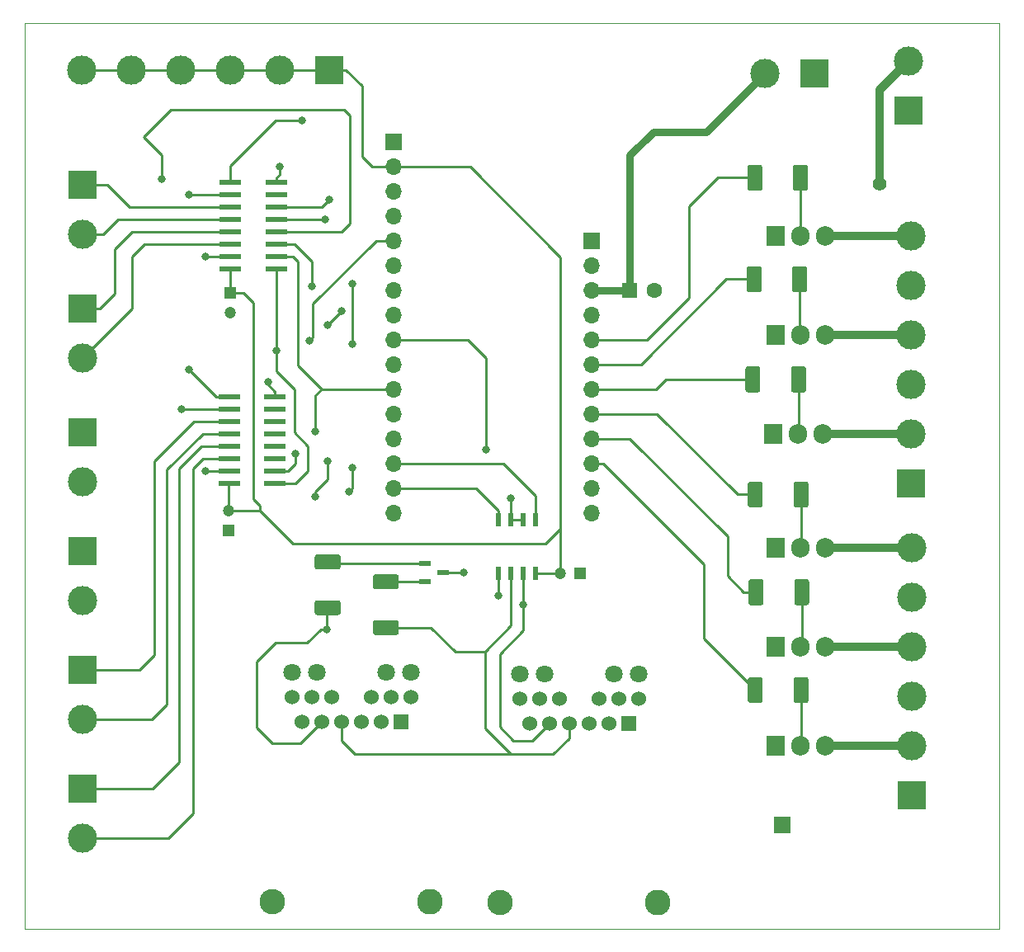
<source format=gbr>
G04 #@! TF.GenerationSoftware,KiCad,Pcbnew,5.1.5-52549c5~84~ubuntu18.04.1*
G04 #@! TF.CreationDate,2020-02-03T10:20:01-05:00*
G04 #@! TF.ProjectId,solenoid_board,736f6c65-6e6f-4696-945f-626f6172642e,rev?*
G04 #@! TF.SameCoordinates,Original*
G04 #@! TF.FileFunction,Copper,L1,Top*
G04 #@! TF.FilePolarity,Positive*
%FSLAX46Y46*%
G04 Gerber Fmt 4.6, Leading zero omitted, Abs format (unit mm)*
G04 Created by KiCad (PCBNEW 5.1.5-52549c5~84~ubuntu18.04.1) date 2020-02-03 10:20:01*
%MOMM*%
%LPD*%
G04 APERTURE LIST*
G04 #@! TA.AperFunction,Profile*
%ADD10C,0.100000*%
G04 #@! TD*
G04 #@! TA.AperFunction,ComponentPad*
%ADD11C,1.600000*%
G04 #@! TD*
G04 #@! TA.AperFunction,ComponentPad*
%ADD12R,1.600000X1.600000*%
G04 #@! TD*
G04 #@! TA.AperFunction,ComponentPad*
%ADD13C,3.000000*%
G04 #@! TD*
G04 #@! TA.AperFunction,ComponentPad*
%ADD14R,3.000000X3.000000*%
G04 #@! TD*
G04 #@! TA.AperFunction,ComponentPad*
%ADD15R,1.524000X1.524000*%
G04 #@! TD*
G04 #@! TA.AperFunction,ComponentPad*
%ADD16C,1.524000*%
G04 #@! TD*
G04 #@! TA.AperFunction,ComponentPad*
%ADD17C,1.800000*%
G04 #@! TD*
G04 #@! TA.AperFunction,ComponentPad*
%ADD18C,2.610000*%
G04 #@! TD*
G04 #@! TA.AperFunction,ComponentPad*
%ADD19C,2.630000*%
G04 #@! TD*
G04 #@! TA.AperFunction,ComponentPad*
%ADD20C,1.200000*%
G04 #@! TD*
G04 #@! TA.AperFunction,ComponentPad*
%ADD21R,1.200000X1.200000*%
G04 #@! TD*
G04 #@! TA.AperFunction,ComponentPad*
%ADD22R,1.700000X1.700000*%
G04 #@! TD*
G04 #@! TA.AperFunction,SMDPad,CuDef*
%ADD23R,2.173199X0.568000*%
G04 #@! TD*
G04 #@! TA.AperFunction,ComponentPad*
%ADD24O,1.905000X2.000000*%
G04 #@! TD*
G04 #@! TA.AperFunction,ComponentPad*
%ADD25R,1.905000X2.000000*%
G04 #@! TD*
G04 #@! TA.AperFunction,SMDPad,CuDef*
%ADD26R,0.568000X1.454899*%
G04 #@! TD*
G04 #@! TA.AperFunction,SMDPad,CuDef*
%ADD27R,1.295400X0.558800*%
G04 #@! TD*
G04 #@! TA.AperFunction,SMDPad,CuDef*
%ADD28C,0.150000*%
G04 #@! TD*
G04 #@! TA.AperFunction,ComponentPad*
%ADD29O,1.700000X1.700000*%
G04 #@! TD*
G04 #@! TA.AperFunction,ViaPad*
%ADD30C,0.800000*%
G04 #@! TD*
G04 #@! TA.AperFunction,ViaPad*
%ADD31C,1.400000*%
G04 #@! TD*
G04 #@! TA.AperFunction,Conductor*
%ADD32C,0.250000*%
G04 #@! TD*
G04 #@! TA.AperFunction,Conductor*
%ADD33C,0.850000*%
G04 #@! TD*
G04 #@! TA.AperFunction,Conductor*
%ADD34C,0.750000*%
G04 #@! TD*
G04 APERTURE END LIST*
D10*
X192000000Y-53340000D02*
X192000000Y-146304000D01*
X92000000Y-53340000D02*
X192000000Y-53340000D01*
X92000000Y-146304000D02*
X92000000Y-53340000D01*
X192000000Y-146304000D02*
X92000000Y-146304000D01*
D11*
G04 #@! TO.P,CP0,2*
G04 #@! TO.N,GND*
X156551000Y-80772000D03*
D12*
G04 #@! TO.P,CP0,1*
G04 #@! TO.N,+5V*
X154051000Y-80772000D03*
G04 #@! TD*
D13*
G04 #@! TO.P,+48V_IN1,2*
G04 #@! TO.N,+48V*
X182626000Y-57277000D03*
D14*
G04 #@! TO.P,+48V_IN1,1*
G04 #@! TO.N,GND*
X182626000Y-62357000D03*
G04 #@! TD*
D13*
G04 #@! TO.P,+3V3,6*
G04 #@! TO.N,+3V3*
X97790000Y-58166000D03*
G04 #@! TO.P,+3V3,5*
X102870000Y-58166000D03*
G04 #@! TO.P,+3V3,4*
X107950000Y-58166000D03*
D14*
G04 #@! TO.P,+3V3,1*
X123190000Y-58166000D03*
D13*
G04 #@! TO.P,+3V3,3*
X113030000Y-58166000D03*
G04 #@! TO.P,+3V3,2*
X118110000Y-58166000D03*
G04 #@! TD*
D15*
G04 #@! TO.P,RJ1,1*
G04 #@! TO.N,N/C*
X153924000Y-125222000D03*
D16*
G04 #@! TO.P,RJ1,2*
X151892000Y-125222000D03*
G04 #@! TO.P,RJ1,3*
X149860000Y-125222000D03*
G04 #@! TO.P,RJ1,4*
G04 #@! TO.N,/RJ45_4*
X147828000Y-125222000D03*
G04 #@! TO.P,RJ1,5*
G04 #@! TO.N,/RJ45_5*
X145796000Y-125222000D03*
G04 #@! TO.P,RJ1,6*
G04 #@! TO.N,N/C*
X143764000Y-125222000D03*
G04 #@! TO.P,RJ1,7*
X154940000Y-122682000D03*
G04 #@! TO.P,RJ1,8*
X152908000Y-122682000D03*
G04 #@! TO.P,RJ1,9*
X150876000Y-122682000D03*
G04 #@! TO.P,RJ1,10*
X146812000Y-122682000D03*
G04 #@! TO.P,RJ1,11*
X144780000Y-122682000D03*
G04 #@! TO.P,RJ1,12*
X142748000Y-122682000D03*
D17*
G04 #@! TO.P,RJ1,13*
X154940000Y-120142000D03*
G04 #@! TO.P,RJ1,14*
X152400000Y-120142000D03*
G04 #@! TO.P,RJ1,15*
X145288000Y-120142000D03*
G04 #@! TO.P,RJ1,16*
X142748000Y-120142000D03*
D18*
G04 #@! TO.P,RJ1,SH*
X140779500Y-143637000D03*
D19*
X156908500Y-143637000D03*
G04 #@! TD*
D20*
G04 #@! TO.P,C0.1nF2,2*
G04 #@! TO.N,GND*
X113030000Y-83026000D03*
D21*
G04 #@! TO.P,C0.1nF2,1*
G04 #@! TO.N,+3V3*
X113030000Y-81026000D03*
G04 #@! TD*
D20*
G04 #@! TO.P,C0.1nF1,2*
G04 #@! TO.N,+3V3*
X112903000Y-103410000D03*
D21*
G04 #@! TO.P,C0.1nF1,1*
G04 #@! TO.N,GND*
X112903000Y-105410000D03*
G04 #@! TD*
D20*
G04 #@! TO.P,C0.1nF0,2*
G04 #@! TO.N,+3V3*
X146971000Y-109855000D03*
D21*
G04 #@! TO.P,C0.1nF0,1*
G04 #@! TO.N,GND*
X148971000Y-109855000D03*
G04 #@! TD*
D13*
G04 #@! TO.P,+5V_IN1,2*
G04 #@! TO.N,+5V*
X167894000Y-58547000D03*
D14*
G04 #@! TO.P,+5V_IN1,1*
G04 #@! TO.N,GND*
X172974000Y-58547000D03*
G04 #@! TD*
D22*
G04 #@! TO.P,GND1,1*
G04 #@! TO.N,GND*
X169672000Y-135636000D03*
G04 #@! TD*
D13*
G04 #@! TO.P,Solenoid1,6*
G04 #@! TO.N,Net-(FET5-Pad3)*
X183007000Y-107188000D03*
G04 #@! TO.P,Solenoid1,5*
G04 #@! TO.N,+48V*
X183007000Y-112268000D03*
G04 #@! TO.P,Solenoid1,4*
G04 #@! TO.N,Net-(FET4-Pad3)*
X183007000Y-117348000D03*
D14*
G04 #@! TO.P,Solenoid1,1*
G04 #@! TO.N,+48V*
X183007000Y-132588000D03*
D13*
G04 #@! TO.P,Solenoid1,3*
X183007000Y-122428000D03*
G04 #@! TO.P,Solenoid1,2*
G04 #@! TO.N,Net-(FET3-Pad3)*
X183007000Y-127508000D03*
G04 #@! TD*
G04 #@! TO.P,Solenoid0,6*
G04 #@! TO.N,Net-(FET2-Pad3)*
X182880000Y-75184000D03*
G04 #@! TO.P,Solenoid0,5*
G04 #@! TO.N,+48V*
X182880000Y-80264000D03*
G04 #@! TO.P,Solenoid0,4*
G04 #@! TO.N,Net-(FET1-Pad3)*
X182880000Y-85344000D03*
D14*
G04 #@! TO.P,Solenoid0,1*
G04 #@! TO.N,+48V*
X182880000Y-100584000D03*
D13*
G04 #@! TO.P,Solenoid0,3*
X182880000Y-90424000D03*
G04 #@! TO.P,Solenoid0,2*
G04 #@! TO.N,Net-(FET0-Pad3)*
X182880000Y-95504000D03*
G04 #@! TD*
D23*
G04 #@! TO.P,8b0,16*
G04 #@! TO.N,+3V3*
X112953800Y-100584000D03*
G04 #@! TO.P,8b0,15*
G04 #@! TO.N,GND*
X112953800Y-99314000D03*
G04 #@! TO.P,8b0,14*
G04 #@! TO.N,/INP5_1*
X112953800Y-98044000D03*
G04 #@! TO.P,8b0,13*
G04 #@! TO.N,/INP5_0*
X112953800Y-96774000D03*
G04 #@! TO.P,8b0,12*
G04 #@! TO.N,/INP4_1*
X112953800Y-95504000D03*
G04 #@! TO.P,8b0,11*
G04 #@! TO.N,/INP4_0*
X112953800Y-94234000D03*
G04 #@! TO.P,8b0,10*
G04 #@! TO.N,GND*
X112953800Y-92964000D03*
G04 #@! TO.P,8b0,9*
G04 #@! TO.N,/SHIFT2_OUT*
X112953800Y-91694000D03*
G04 #@! TO.P,8b0,8*
G04 #@! TO.N,GND*
X117678200Y-91694000D03*
G04 #@! TO.P,8b0,7*
G04 #@! TO.N,N/C*
X117678200Y-92964000D03*
G04 #@! TO.P,8b0,6*
X117678200Y-94234000D03*
G04 #@! TO.P,8b0,5*
X117678200Y-95504000D03*
G04 #@! TO.P,8b0,4*
X117678200Y-96774000D03*
G04 #@! TO.P,8b0,3*
X117678200Y-98044000D03*
G04 #@! TO.P,8b0,2*
G04 #@! TO.N,/SCK*
X117678200Y-99314000D03*
G04 #@! TO.P,8b0,1*
G04 #@! TO.N,/A0*
X117678200Y-100584000D03*
G04 #@! TD*
G04 #@! TO.P,8b1,16*
G04 #@! TO.N,+3V3*
X113080800Y-78613000D03*
G04 #@! TO.P,8b1,15*
G04 #@! TO.N,GND*
X113080800Y-77343000D03*
G04 #@! TO.P,8b1,14*
G04 #@! TO.N,/INP1_1*
X113080800Y-76073000D03*
G04 #@! TO.P,8b1,13*
G04 #@! TO.N,/INP1_0*
X113080800Y-74803000D03*
G04 #@! TO.P,8b1,12*
G04 #@! TO.N,/INP0_1*
X113080800Y-73533000D03*
G04 #@! TO.P,8b1,11*
G04 #@! TO.N,/INP0_0*
X113080800Y-72263000D03*
G04 #@! TO.P,8b1,10*
G04 #@! TO.N,/SHIFT2_OUT*
X113080800Y-70993000D03*
G04 #@! TO.P,8b1,9*
G04 #@! TO.N,/MISO*
X113080800Y-69723000D03*
G04 #@! TO.P,8b1,8*
G04 #@! TO.N,GND*
X117805200Y-69723000D03*
G04 #@! TO.P,8b1,7*
G04 #@! TO.N,N/C*
X117805200Y-70993000D03*
G04 #@! TO.P,8b1,6*
G04 #@! TO.N,/INP3_1*
X117805200Y-72263000D03*
G04 #@! TO.P,8b1,5*
G04 #@! TO.N,/INP3_0*
X117805200Y-73533000D03*
G04 #@! TO.P,8b1,4*
G04 #@! TO.N,/INP2_1*
X117805200Y-74803000D03*
G04 #@! TO.P,8b1,3*
G04 #@! TO.N,/INP2_0*
X117805200Y-76073000D03*
G04 #@! TO.P,8b1,2*
G04 #@! TO.N,/SCK*
X117805200Y-77343000D03*
G04 #@! TO.P,8b1,1*
G04 #@! TO.N,/A0*
X117805200Y-78613000D03*
G04 #@! TD*
D24*
G04 #@! TO.P,FET2,3*
G04 #@! TO.N,Net-(FET2-Pad3)*
X174117000Y-75184000D03*
G04 #@! TO.P,FET2,2*
G04 #@! TO.N,Net-(FET2-Pad2)*
X171577000Y-75184000D03*
D25*
G04 #@! TO.P,FET2,1*
G04 #@! TO.N,GND*
X169037000Y-75184000D03*
G04 #@! TD*
D14*
G04 #@! TO.P,INP5,1*
G04 #@! TO.N,/INP5_0*
X97917000Y-131953000D03*
D13*
G04 #@! TO.P,INP5,2*
G04 #@! TO.N,/INP5_1*
X97917000Y-137033000D03*
G04 #@! TD*
D14*
G04 #@! TO.P,INP4,1*
G04 #@! TO.N,/INP4_0*
X97917000Y-119761000D03*
D13*
G04 #@! TO.P,INP4,2*
G04 #@! TO.N,/INP4_1*
X97917000Y-124841000D03*
G04 #@! TD*
G04 #@! TO.P,INP3,2*
G04 #@! TO.N,/INP3_1*
X97917000Y-112649000D03*
D14*
G04 #@! TO.P,INP3,1*
G04 #@! TO.N,/INP3_0*
X97917000Y-107569000D03*
G04 #@! TD*
D13*
G04 #@! TO.P,INP2,2*
G04 #@! TO.N,/INP2_1*
X97917000Y-100457000D03*
D14*
G04 #@! TO.P,INP2,1*
G04 #@! TO.N,/INP2_0*
X97917000Y-95377000D03*
G04 #@! TD*
D13*
G04 #@! TO.P,INP1,2*
G04 #@! TO.N,/INP1_1*
X97917000Y-87757000D03*
D14*
G04 #@! TO.P,INP1,1*
G04 #@! TO.N,/INP1_0*
X97917000Y-82677000D03*
G04 #@! TD*
D13*
G04 #@! TO.P,INP0,2*
G04 #@! TO.N,/INP0_1*
X97917000Y-75057000D03*
D14*
G04 #@! TO.P,INP0,1*
G04 #@! TO.N,/INP0_0*
X97917000Y-69977000D03*
G04 #@! TD*
D26*
G04 #@! TO.P,RS-485,1*
G04 #@! TO.N,/RX0*
X144399000Y-104339652D03*
G04 #@! TO.P,RS-485,2*
G04 #@! TO.N,/A4*
X143129000Y-104339652D03*
G04 #@! TO.P,RS-485,3*
X141859000Y-104339652D03*
G04 #@! TO.P,RS-485,4*
G04 #@! TO.N,/TX1*
X140589000Y-104339652D03*
G04 #@! TO.P,RS-485,5*
G04 #@! TO.N,GND*
X140589000Y-109782348D03*
G04 #@! TO.P,RS-485,6*
G04 #@! TO.N,/RJ45_4*
X141859000Y-109782348D03*
G04 #@! TO.P,RS-485,7*
G04 #@! TO.N,/RJ45_5*
X143129000Y-109782348D03*
G04 #@! TO.P,RS-485,8*
G04 #@! TO.N,+3V3*
X144399000Y-109782348D03*
G04 #@! TD*
D27*
G04 #@! TO.P,Prt_IC1,3*
G04 #@! TO.N,GND*
X134937500Y-109728000D03*
G04 #@! TO.P,Prt_IC1,2*
G04 #@! TO.N,Net-(Prt_IC1-Pad2)*
X133032500Y-110678001D03*
G04 #@! TO.P,Prt_IC1,1*
G04 #@! TO.N,Net-(Prt_IC1-Pad1)*
X133032500Y-108777999D03*
G04 #@! TD*
G04 #@! TA.AperFunction,SMDPad,CuDef*
D28*
G04 #@! TO.P,R11,2*
G04 #@! TO.N,Net-(Prt_IC1-Pad1)*
G36*
X124162505Y-107899204D02*
G01*
X124186773Y-107902804D01*
X124210572Y-107908765D01*
X124233671Y-107917030D01*
X124255850Y-107927520D01*
X124276893Y-107940132D01*
X124296599Y-107954747D01*
X124314777Y-107971223D01*
X124331253Y-107989401D01*
X124345868Y-108009107D01*
X124358480Y-108030150D01*
X124368970Y-108052329D01*
X124377235Y-108075428D01*
X124383196Y-108099227D01*
X124386796Y-108123495D01*
X124388000Y-108147999D01*
X124388000Y-109173001D01*
X124386796Y-109197505D01*
X124383196Y-109221773D01*
X124377235Y-109245572D01*
X124368970Y-109268671D01*
X124358480Y-109290850D01*
X124345868Y-109311893D01*
X124331253Y-109331599D01*
X124314777Y-109349777D01*
X124296599Y-109366253D01*
X124276893Y-109380868D01*
X124255850Y-109393480D01*
X124233671Y-109403970D01*
X124210572Y-109412235D01*
X124186773Y-109418196D01*
X124162505Y-109421796D01*
X124138001Y-109423000D01*
X121987999Y-109423000D01*
X121963495Y-109421796D01*
X121939227Y-109418196D01*
X121915428Y-109412235D01*
X121892329Y-109403970D01*
X121870150Y-109393480D01*
X121849107Y-109380868D01*
X121829401Y-109366253D01*
X121811223Y-109349777D01*
X121794747Y-109331599D01*
X121780132Y-109311893D01*
X121767520Y-109290850D01*
X121757030Y-109268671D01*
X121748765Y-109245572D01*
X121742804Y-109221773D01*
X121739204Y-109197505D01*
X121738000Y-109173001D01*
X121738000Y-108147999D01*
X121739204Y-108123495D01*
X121742804Y-108099227D01*
X121748765Y-108075428D01*
X121757030Y-108052329D01*
X121767520Y-108030150D01*
X121780132Y-108009107D01*
X121794747Y-107989401D01*
X121811223Y-107971223D01*
X121829401Y-107954747D01*
X121849107Y-107940132D01*
X121870150Y-107927520D01*
X121892329Y-107917030D01*
X121915428Y-107908765D01*
X121939227Y-107902804D01*
X121963495Y-107899204D01*
X121987999Y-107898000D01*
X124138001Y-107898000D01*
X124162505Y-107899204D01*
G37*
G04 #@! TD.AperFunction*
G04 #@! TA.AperFunction,SMDPad,CuDef*
G04 #@! TO.P,R11,1*
G04 #@! TO.N,/RJ45_5*
G36*
X124162505Y-112574204D02*
G01*
X124186773Y-112577804D01*
X124210572Y-112583765D01*
X124233671Y-112592030D01*
X124255850Y-112602520D01*
X124276893Y-112615132D01*
X124296599Y-112629747D01*
X124314777Y-112646223D01*
X124331253Y-112664401D01*
X124345868Y-112684107D01*
X124358480Y-112705150D01*
X124368970Y-112727329D01*
X124377235Y-112750428D01*
X124383196Y-112774227D01*
X124386796Y-112798495D01*
X124388000Y-112822999D01*
X124388000Y-113848001D01*
X124386796Y-113872505D01*
X124383196Y-113896773D01*
X124377235Y-113920572D01*
X124368970Y-113943671D01*
X124358480Y-113965850D01*
X124345868Y-113986893D01*
X124331253Y-114006599D01*
X124314777Y-114024777D01*
X124296599Y-114041253D01*
X124276893Y-114055868D01*
X124255850Y-114068480D01*
X124233671Y-114078970D01*
X124210572Y-114087235D01*
X124186773Y-114093196D01*
X124162505Y-114096796D01*
X124138001Y-114098000D01*
X121987999Y-114098000D01*
X121963495Y-114096796D01*
X121939227Y-114093196D01*
X121915428Y-114087235D01*
X121892329Y-114078970D01*
X121870150Y-114068480D01*
X121849107Y-114055868D01*
X121829401Y-114041253D01*
X121811223Y-114024777D01*
X121794747Y-114006599D01*
X121780132Y-113986893D01*
X121767520Y-113965850D01*
X121757030Y-113943671D01*
X121748765Y-113920572D01*
X121742804Y-113896773D01*
X121739204Y-113872505D01*
X121738000Y-113848001D01*
X121738000Y-112822999D01*
X121739204Y-112798495D01*
X121742804Y-112774227D01*
X121748765Y-112750428D01*
X121757030Y-112727329D01*
X121767520Y-112705150D01*
X121780132Y-112684107D01*
X121794747Y-112664401D01*
X121811223Y-112646223D01*
X121829401Y-112629747D01*
X121849107Y-112615132D01*
X121870150Y-112602520D01*
X121892329Y-112592030D01*
X121915428Y-112583765D01*
X121939227Y-112577804D01*
X121963495Y-112574204D01*
X121987999Y-112573000D01*
X124138001Y-112573000D01*
X124162505Y-112574204D01*
G37*
G04 #@! TD.AperFunction*
G04 #@! TD*
G04 #@! TA.AperFunction,SMDPad,CuDef*
G04 #@! TO.P,R105,2*
G04 #@! TO.N,/D9*
G36*
X167490505Y-100403204D02*
G01*
X167514773Y-100406804D01*
X167538572Y-100412765D01*
X167561671Y-100421030D01*
X167583850Y-100431520D01*
X167604893Y-100444132D01*
X167624599Y-100458747D01*
X167642777Y-100475223D01*
X167659253Y-100493401D01*
X167673868Y-100513107D01*
X167686480Y-100534150D01*
X167696970Y-100556329D01*
X167705235Y-100579428D01*
X167711196Y-100603227D01*
X167714796Y-100627495D01*
X167716000Y-100651999D01*
X167716000Y-102802001D01*
X167714796Y-102826505D01*
X167711196Y-102850773D01*
X167705235Y-102874572D01*
X167696970Y-102897671D01*
X167686480Y-102919850D01*
X167673868Y-102940893D01*
X167659253Y-102960599D01*
X167642777Y-102978777D01*
X167624599Y-102995253D01*
X167604893Y-103009868D01*
X167583850Y-103022480D01*
X167561671Y-103032970D01*
X167538572Y-103041235D01*
X167514773Y-103047196D01*
X167490505Y-103050796D01*
X167466001Y-103052000D01*
X166440999Y-103052000D01*
X166416495Y-103050796D01*
X166392227Y-103047196D01*
X166368428Y-103041235D01*
X166345329Y-103032970D01*
X166323150Y-103022480D01*
X166302107Y-103009868D01*
X166282401Y-102995253D01*
X166264223Y-102978777D01*
X166247747Y-102960599D01*
X166233132Y-102940893D01*
X166220520Y-102919850D01*
X166210030Y-102897671D01*
X166201765Y-102874572D01*
X166195804Y-102850773D01*
X166192204Y-102826505D01*
X166191000Y-102802001D01*
X166191000Y-100651999D01*
X166192204Y-100627495D01*
X166195804Y-100603227D01*
X166201765Y-100579428D01*
X166210030Y-100556329D01*
X166220520Y-100534150D01*
X166233132Y-100513107D01*
X166247747Y-100493401D01*
X166264223Y-100475223D01*
X166282401Y-100458747D01*
X166302107Y-100444132D01*
X166323150Y-100431520D01*
X166345329Y-100421030D01*
X166368428Y-100412765D01*
X166392227Y-100406804D01*
X166416495Y-100403204D01*
X166440999Y-100402000D01*
X167466001Y-100402000D01*
X167490505Y-100403204D01*
G37*
G04 #@! TD.AperFunction*
G04 #@! TA.AperFunction,SMDPad,CuDef*
G04 #@! TO.P,R105,1*
G04 #@! TO.N,Net-(FET5-Pad2)*
G36*
X172165505Y-100403204D02*
G01*
X172189773Y-100406804D01*
X172213572Y-100412765D01*
X172236671Y-100421030D01*
X172258850Y-100431520D01*
X172279893Y-100444132D01*
X172299599Y-100458747D01*
X172317777Y-100475223D01*
X172334253Y-100493401D01*
X172348868Y-100513107D01*
X172361480Y-100534150D01*
X172371970Y-100556329D01*
X172380235Y-100579428D01*
X172386196Y-100603227D01*
X172389796Y-100627495D01*
X172391000Y-100651999D01*
X172391000Y-102802001D01*
X172389796Y-102826505D01*
X172386196Y-102850773D01*
X172380235Y-102874572D01*
X172371970Y-102897671D01*
X172361480Y-102919850D01*
X172348868Y-102940893D01*
X172334253Y-102960599D01*
X172317777Y-102978777D01*
X172299599Y-102995253D01*
X172279893Y-103009868D01*
X172258850Y-103022480D01*
X172236671Y-103032970D01*
X172213572Y-103041235D01*
X172189773Y-103047196D01*
X172165505Y-103050796D01*
X172141001Y-103052000D01*
X171115999Y-103052000D01*
X171091495Y-103050796D01*
X171067227Y-103047196D01*
X171043428Y-103041235D01*
X171020329Y-103032970D01*
X170998150Y-103022480D01*
X170977107Y-103009868D01*
X170957401Y-102995253D01*
X170939223Y-102978777D01*
X170922747Y-102960599D01*
X170908132Y-102940893D01*
X170895520Y-102919850D01*
X170885030Y-102897671D01*
X170876765Y-102874572D01*
X170870804Y-102850773D01*
X170867204Y-102826505D01*
X170866000Y-102802001D01*
X170866000Y-100651999D01*
X170867204Y-100627495D01*
X170870804Y-100603227D01*
X170876765Y-100579428D01*
X170885030Y-100556329D01*
X170895520Y-100534150D01*
X170908132Y-100513107D01*
X170922747Y-100493401D01*
X170939223Y-100475223D01*
X170957401Y-100458747D01*
X170977107Y-100444132D01*
X170998150Y-100431520D01*
X171020329Y-100421030D01*
X171043428Y-100412765D01*
X171067227Y-100406804D01*
X171091495Y-100403204D01*
X171115999Y-100402000D01*
X172141001Y-100402000D01*
X172165505Y-100403204D01*
G37*
G04 #@! TD.AperFunction*
G04 #@! TD*
G04 #@! TA.AperFunction,SMDPad,CuDef*
G04 #@! TO.P,R104,2*
G04 #@! TO.N,/D6*
G36*
X167566005Y-110436204D02*
G01*
X167590273Y-110439804D01*
X167614072Y-110445765D01*
X167637171Y-110454030D01*
X167659350Y-110464520D01*
X167680393Y-110477132D01*
X167700099Y-110491747D01*
X167718277Y-110508223D01*
X167734753Y-110526401D01*
X167749368Y-110546107D01*
X167761980Y-110567150D01*
X167772470Y-110589329D01*
X167780735Y-110612428D01*
X167786696Y-110636227D01*
X167790296Y-110660495D01*
X167791500Y-110684999D01*
X167791500Y-112835001D01*
X167790296Y-112859505D01*
X167786696Y-112883773D01*
X167780735Y-112907572D01*
X167772470Y-112930671D01*
X167761980Y-112952850D01*
X167749368Y-112973893D01*
X167734753Y-112993599D01*
X167718277Y-113011777D01*
X167700099Y-113028253D01*
X167680393Y-113042868D01*
X167659350Y-113055480D01*
X167637171Y-113065970D01*
X167614072Y-113074235D01*
X167590273Y-113080196D01*
X167566005Y-113083796D01*
X167541501Y-113085000D01*
X166516499Y-113085000D01*
X166491995Y-113083796D01*
X166467727Y-113080196D01*
X166443928Y-113074235D01*
X166420829Y-113065970D01*
X166398650Y-113055480D01*
X166377607Y-113042868D01*
X166357901Y-113028253D01*
X166339723Y-113011777D01*
X166323247Y-112993599D01*
X166308632Y-112973893D01*
X166296020Y-112952850D01*
X166285530Y-112930671D01*
X166277265Y-112907572D01*
X166271304Y-112883773D01*
X166267704Y-112859505D01*
X166266500Y-112835001D01*
X166266500Y-110684999D01*
X166267704Y-110660495D01*
X166271304Y-110636227D01*
X166277265Y-110612428D01*
X166285530Y-110589329D01*
X166296020Y-110567150D01*
X166308632Y-110546107D01*
X166323247Y-110526401D01*
X166339723Y-110508223D01*
X166357901Y-110491747D01*
X166377607Y-110477132D01*
X166398650Y-110464520D01*
X166420829Y-110454030D01*
X166443928Y-110445765D01*
X166467727Y-110439804D01*
X166491995Y-110436204D01*
X166516499Y-110435000D01*
X167541501Y-110435000D01*
X167566005Y-110436204D01*
G37*
G04 #@! TD.AperFunction*
G04 #@! TA.AperFunction,SMDPad,CuDef*
G04 #@! TO.P,R104,1*
G04 #@! TO.N,Net-(FET4-Pad2)*
G36*
X172241005Y-110436204D02*
G01*
X172265273Y-110439804D01*
X172289072Y-110445765D01*
X172312171Y-110454030D01*
X172334350Y-110464520D01*
X172355393Y-110477132D01*
X172375099Y-110491747D01*
X172393277Y-110508223D01*
X172409753Y-110526401D01*
X172424368Y-110546107D01*
X172436980Y-110567150D01*
X172447470Y-110589329D01*
X172455735Y-110612428D01*
X172461696Y-110636227D01*
X172465296Y-110660495D01*
X172466500Y-110684999D01*
X172466500Y-112835001D01*
X172465296Y-112859505D01*
X172461696Y-112883773D01*
X172455735Y-112907572D01*
X172447470Y-112930671D01*
X172436980Y-112952850D01*
X172424368Y-112973893D01*
X172409753Y-112993599D01*
X172393277Y-113011777D01*
X172375099Y-113028253D01*
X172355393Y-113042868D01*
X172334350Y-113055480D01*
X172312171Y-113065970D01*
X172289072Y-113074235D01*
X172265273Y-113080196D01*
X172241005Y-113083796D01*
X172216501Y-113085000D01*
X171191499Y-113085000D01*
X171166995Y-113083796D01*
X171142727Y-113080196D01*
X171118928Y-113074235D01*
X171095829Y-113065970D01*
X171073650Y-113055480D01*
X171052607Y-113042868D01*
X171032901Y-113028253D01*
X171014723Y-113011777D01*
X170998247Y-112993599D01*
X170983632Y-112973893D01*
X170971020Y-112952850D01*
X170960530Y-112930671D01*
X170952265Y-112907572D01*
X170946304Y-112883773D01*
X170942704Y-112859505D01*
X170941500Y-112835001D01*
X170941500Y-110684999D01*
X170942704Y-110660495D01*
X170946304Y-110636227D01*
X170952265Y-110612428D01*
X170960530Y-110589329D01*
X170971020Y-110567150D01*
X170983632Y-110546107D01*
X170998247Y-110526401D01*
X171014723Y-110508223D01*
X171032901Y-110491747D01*
X171052607Y-110477132D01*
X171073650Y-110464520D01*
X171095829Y-110454030D01*
X171118928Y-110445765D01*
X171142727Y-110439804D01*
X171166995Y-110436204D01*
X171191499Y-110435000D01*
X172216501Y-110435000D01*
X172241005Y-110436204D01*
G37*
G04 #@! TD.AperFunction*
G04 #@! TD*
G04 #@! TA.AperFunction,SMDPad,CuDef*
G04 #@! TO.P,R103,2*
G04 #@! TO.N,/D5*
G36*
X167490505Y-120469204D02*
G01*
X167514773Y-120472804D01*
X167538572Y-120478765D01*
X167561671Y-120487030D01*
X167583850Y-120497520D01*
X167604893Y-120510132D01*
X167624599Y-120524747D01*
X167642777Y-120541223D01*
X167659253Y-120559401D01*
X167673868Y-120579107D01*
X167686480Y-120600150D01*
X167696970Y-120622329D01*
X167705235Y-120645428D01*
X167711196Y-120669227D01*
X167714796Y-120693495D01*
X167716000Y-120717999D01*
X167716000Y-122868001D01*
X167714796Y-122892505D01*
X167711196Y-122916773D01*
X167705235Y-122940572D01*
X167696970Y-122963671D01*
X167686480Y-122985850D01*
X167673868Y-123006893D01*
X167659253Y-123026599D01*
X167642777Y-123044777D01*
X167624599Y-123061253D01*
X167604893Y-123075868D01*
X167583850Y-123088480D01*
X167561671Y-123098970D01*
X167538572Y-123107235D01*
X167514773Y-123113196D01*
X167490505Y-123116796D01*
X167466001Y-123118000D01*
X166440999Y-123118000D01*
X166416495Y-123116796D01*
X166392227Y-123113196D01*
X166368428Y-123107235D01*
X166345329Y-123098970D01*
X166323150Y-123088480D01*
X166302107Y-123075868D01*
X166282401Y-123061253D01*
X166264223Y-123044777D01*
X166247747Y-123026599D01*
X166233132Y-123006893D01*
X166220520Y-122985850D01*
X166210030Y-122963671D01*
X166201765Y-122940572D01*
X166195804Y-122916773D01*
X166192204Y-122892505D01*
X166191000Y-122868001D01*
X166191000Y-120717999D01*
X166192204Y-120693495D01*
X166195804Y-120669227D01*
X166201765Y-120645428D01*
X166210030Y-120622329D01*
X166220520Y-120600150D01*
X166233132Y-120579107D01*
X166247747Y-120559401D01*
X166264223Y-120541223D01*
X166282401Y-120524747D01*
X166302107Y-120510132D01*
X166323150Y-120497520D01*
X166345329Y-120487030D01*
X166368428Y-120478765D01*
X166392227Y-120472804D01*
X166416495Y-120469204D01*
X166440999Y-120468000D01*
X167466001Y-120468000D01*
X167490505Y-120469204D01*
G37*
G04 #@! TD.AperFunction*
G04 #@! TA.AperFunction,SMDPad,CuDef*
G04 #@! TO.P,R103,1*
G04 #@! TO.N,Net-(FET3-Pad2)*
G36*
X172165505Y-120469204D02*
G01*
X172189773Y-120472804D01*
X172213572Y-120478765D01*
X172236671Y-120487030D01*
X172258850Y-120497520D01*
X172279893Y-120510132D01*
X172299599Y-120524747D01*
X172317777Y-120541223D01*
X172334253Y-120559401D01*
X172348868Y-120579107D01*
X172361480Y-120600150D01*
X172371970Y-120622329D01*
X172380235Y-120645428D01*
X172386196Y-120669227D01*
X172389796Y-120693495D01*
X172391000Y-120717999D01*
X172391000Y-122868001D01*
X172389796Y-122892505D01*
X172386196Y-122916773D01*
X172380235Y-122940572D01*
X172371970Y-122963671D01*
X172361480Y-122985850D01*
X172348868Y-123006893D01*
X172334253Y-123026599D01*
X172317777Y-123044777D01*
X172299599Y-123061253D01*
X172279893Y-123075868D01*
X172258850Y-123088480D01*
X172236671Y-123098970D01*
X172213572Y-123107235D01*
X172189773Y-123113196D01*
X172165505Y-123116796D01*
X172141001Y-123118000D01*
X171115999Y-123118000D01*
X171091495Y-123116796D01*
X171067227Y-123113196D01*
X171043428Y-123107235D01*
X171020329Y-123098970D01*
X170998150Y-123088480D01*
X170977107Y-123075868D01*
X170957401Y-123061253D01*
X170939223Y-123044777D01*
X170922747Y-123026599D01*
X170908132Y-123006893D01*
X170895520Y-122985850D01*
X170885030Y-122963671D01*
X170876765Y-122940572D01*
X170870804Y-122916773D01*
X170867204Y-122892505D01*
X170866000Y-122868001D01*
X170866000Y-120717999D01*
X170867204Y-120693495D01*
X170870804Y-120669227D01*
X170876765Y-120645428D01*
X170885030Y-120622329D01*
X170895520Y-120600150D01*
X170908132Y-120579107D01*
X170922747Y-120559401D01*
X170939223Y-120541223D01*
X170957401Y-120524747D01*
X170977107Y-120510132D01*
X170998150Y-120497520D01*
X171020329Y-120487030D01*
X171043428Y-120478765D01*
X171067227Y-120472804D01*
X171091495Y-120469204D01*
X171115999Y-120468000D01*
X172141001Y-120468000D01*
X172165505Y-120469204D01*
G37*
G04 #@! TD.AperFunction*
G04 #@! TD*
G04 #@! TA.AperFunction,SMDPad,CuDef*
G04 #@! TO.P,R102,2*
G04 #@! TO.N,/D12*
G36*
X167439005Y-67891204D02*
G01*
X167463273Y-67894804D01*
X167487072Y-67900765D01*
X167510171Y-67909030D01*
X167532350Y-67919520D01*
X167553393Y-67932132D01*
X167573099Y-67946747D01*
X167591277Y-67963223D01*
X167607753Y-67981401D01*
X167622368Y-68001107D01*
X167634980Y-68022150D01*
X167645470Y-68044329D01*
X167653735Y-68067428D01*
X167659696Y-68091227D01*
X167663296Y-68115495D01*
X167664500Y-68139999D01*
X167664500Y-70290001D01*
X167663296Y-70314505D01*
X167659696Y-70338773D01*
X167653735Y-70362572D01*
X167645470Y-70385671D01*
X167634980Y-70407850D01*
X167622368Y-70428893D01*
X167607753Y-70448599D01*
X167591277Y-70466777D01*
X167573099Y-70483253D01*
X167553393Y-70497868D01*
X167532350Y-70510480D01*
X167510171Y-70520970D01*
X167487072Y-70529235D01*
X167463273Y-70535196D01*
X167439005Y-70538796D01*
X167414501Y-70540000D01*
X166389499Y-70540000D01*
X166364995Y-70538796D01*
X166340727Y-70535196D01*
X166316928Y-70529235D01*
X166293829Y-70520970D01*
X166271650Y-70510480D01*
X166250607Y-70497868D01*
X166230901Y-70483253D01*
X166212723Y-70466777D01*
X166196247Y-70448599D01*
X166181632Y-70428893D01*
X166169020Y-70407850D01*
X166158530Y-70385671D01*
X166150265Y-70362572D01*
X166144304Y-70338773D01*
X166140704Y-70314505D01*
X166139500Y-70290001D01*
X166139500Y-68139999D01*
X166140704Y-68115495D01*
X166144304Y-68091227D01*
X166150265Y-68067428D01*
X166158530Y-68044329D01*
X166169020Y-68022150D01*
X166181632Y-68001107D01*
X166196247Y-67981401D01*
X166212723Y-67963223D01*
X166230901Y-67946747D01*
X166250607Y-67932132D01*
X166271650Y-67919520D01*
X166293829Y-67909030D01*
X166316928Y-67900765D01*
X166340727Y-67894804D01*
X166364995Y-67891204D01*
X166389499Y-67890000D01*
X167414501Y-67890000D01*
X167439005Y-67891204D01*
G37*
G04 #@! TD.AperFunction*
G04 #@! TA.AperFunction,SMDPad,CuDef*
G04 #@! TO.P,R102,1*
G04 #@! TO.N,Net-(FET2-Pad2)*
G36*
X172114005Y-67891204D02*
G01*
X172138273Y-67894804D01*
X172162072Y-67900765D01*
X172185171Y-67909030D01*
X172207350Y-67919520D01*
X172228393Y-67932132D01*
X172248099Y-67946747D01*
X172266277Y-67963223D01*
X172282753Y-67981401D01*
X172297368Y-68001107D01*
X172309980Y-68022150D01*
X172320470Y-68044329D01*
X172328735Y-68067428D01*
X172334696Y-68091227D01*
X172338296Y-68115495D01*
X172339500Y-68139999D01*
X172339500Y-70290001D01*
X172338296Y-70314505D01*
X172334696Y-70338773D01*
X172328735Y-70362572D01*
X172320470Y-70385671D01*
X172309980Y-70407850D01*
X172297368Y-70428893D01*
X172282753Y-70448599D01*
X172266277Y-70466777D01*
X172248099Y-70483253D01*
X172228393Y-70497868D01*
X172207350Y-70510480D01*
X172185171Y-70520970D01*
X172162072Y-70529235D01*
X172138273Y-70535196D01*
X172114005Y-70538796D01*
X172089501Y-70540000D01*
X171064499Y-70540000D01*
X171039995Y-70538796D01*
X171015727Y-70535196D01*
X170991928Y-70529235D01*
X170968829Y-70520970D01*
X170946650Y-70510480D01*
X170925607Y-70497868D01*
X170905901Y-70483253D01*
X170887723Y-70466777D01*
X170871247Y-70448599D01*
X170856632Y-70428893D01*
X170844020Y-70407850D01*
X170833530Y-70385671D01*
X170825265Y-70362572D01*
X170819304Y-70338773D01*
X170815704Y-70314505D01*
X170814500Y-70290001D01*
X170814500Y-68139999D01*
X170815704Y-68115495D01*
X170819304Y-68091227D01*
X170825265Y-68067428D01*
X170833530Y-68044329D01*
X170844020Y-68022150D01*
X170856632Y-68001107D01*
X170871247Y-67981401D01*
X170887723Y-67963223D01*
X170905901Y-67946747D01*
X170925607Y-67932132D01*
X170946650Y-67919520D01*
X170968829Y-67909030D01*
X170991928Y-67900765D01*
X171015727Y-67894804D01*
X171039995Y-67891204D01*
X171064499Y-67890000D01*
X172089501Y-67890000D01*
X172114005Y-67891204D01*
G37*
G04 #@! TD.AperFunction*
G04 #@! TD*
G04 #@! TA.AperFunction,SMDPad,CuDef*
G04 #@! TO.P,R101,2*
G04 #@! TO.N,/D11*
G36*
X167363505Y-78305204D02*
G01*
X167387773Y-78308804D01*
X167411572Y-78314765D01*
X167434671Y-78323030D01*
X167456850Y-78333520D01*
X167477893Y-78346132D01*
X167497599Y-78360747D01*
X167515777Y-78377223D01*
X167532253Y-78395401D01*
X167546868Y-78415107D01*
X167559480Y-78436150D01*
X167569970Y-78458329D01*
X167578235Y-78481428D01*
X167584196Y-78505227D01*
X167587796Y-78529495D01*
X167589000Y-78553999D01*
X167589000Y-80704001D01*
X167587796Y-80728505D01*
X167584196Y-80752773D01*
X167578235Y-80776572D01*
X167569970Y-80799671D01*
X167559480Y-80821850D01*
X167546868Y-80842893D01*
X167532253Y-80862599D01*
X167515777Y-80880777D01*
X167497599Y-80897253D01*
X167477893Y-80911868D01*
X167456850Y-80924480D01*
X167434671Y-80934970D01*
X167411572Y-80943235D01*
X167387773Y-80949196D01*
X167363505Y-80952796D01*
X167339001Y-80954000D01*
X166313999Y-80954000D01*
X166289495Y-80952796D01*
X166265227Y-80949196D01*
X166241428Y-80943235D01*
X166218329Y-80934970D01*
X166196150Y-80924480D01*
X166175107Y-80911868D01*
X166155401Y-80897253D01*
X166137223Y-80880777D01*
X166120747Y-80862599D01*
X166106132Y-80842893D01*
X166093520Y-80821850D01*
X166083030Y-80799671D01*
X166074765Y-80776572D01*
X166068804Y-80752773D01*
X166065204Y-80728505D01*
X166064000Y-80704001D01*
X166064000Y-78553999D01*
X166065204Y-78529495D01*
X166068804Y-78505227D01*
X166074765Y-78481428D01*
X166083030Y-78458329D01*
X166093520Y-78436150D01*
X166106132Y-78415107D01*
X166120747Y-78395401D01*
X166137223Y-78377223D01*
X166155401Y-78360747D01*
X166175107Y-78346132D01*
X166196150Y-78333520D01*
X166218329Y-78323030D01*
X166241428Y-78314765D01*
X166265227Y-78308804D01*
X166289495Y-78305204D01*
X166313999Y-78304000D01*
X167339001Y-78304000D01*
X167363505Y-78305204D01*
G37*
G04 #@! TD.AperFunction*
G04 #@! TA.AperFunction,SMDPad,CuDef*
G04 #@! TO.P,R101,1*
G04 #@! TO.N,Net-(FET1-Pad2)*
G36*
X172038505Y-78305204D02*
G01*
X172062773Y-78308804D01*
X172086572Y-78314765D01*
X172109671Y-78323030D01*
X172131850Y-78333520D01*
X172152893Y-78346132D01*
X172172599Y-78360747D01*
X172190777Y-78377223D01*
X172207253Y-78395401D01*
X172221868Y-78415107D01*
X172234480Y-78436150D01*
X172244970Y-78458329D01*
X172253235Y-78481428D01*
X172259196Y-78505227D01*
X172262796Y-78529495D01*
X172264000Y-78553999D01*
X172264000Y-80704001D01*
X172262796Y-80728505D01*
X172259196Y-80752773D01*
X172253235Y-80776572D01*
X172244970Y-80799671D01*
X172234480Y-80821850D01*
X172221868Y-80842893D01*
X172207253Y-80862599D01*
X172190777Y-80880777D01*
X172172599Y-80897253D01*
X172152893Y-80911868D01*
X172131850Y-80924480D01*
X172109671Y-80934970D01*
X172086572Y-80943235D01*
X172062773Y-80949196D01*
X172038505Y-80952796D01*
X172014001Y-80954000D01*
X170988999Y-80954000D01*
X170964495Y-80952796D01*
X170940227Y-80949196D01*
X170916428Y-80943235D01*
X170893329Y-80934970D01*
X170871150Y-80924480D01*
X170850107Y-80911868D01*
X170830401Y-80897253D01*
X170812223Y-80880777D01*
X170795747Y-80862599D01*
X170781132Y-80842893D01*
X170768520Y-80821850D01*
X170758030Y-80799671D01*
X170749765Y-80776572D01*
X170743804Y-80752773D01*
X170740204Y-80728505D01*
X170739000Y-80704001D01*
X170739000Y-78553999D01*
X170740204Y-78529495D01*
X170743804Y-78505227D01*
X170749765Y-78481428D01*
X170758030Y-78458329D01*
X170768520Y-78436150D01*
X170781132Y-78415107D01*
X170795747Y-78395401D01*
X170812223Y-78377223D01*
X170830401Y-78360747D01*
X170850107Y-78346132D01*
X170871150Y-78333520D01*
X170893329Y-78323030D01*
X170916428Y-78314765D01*
X170940227Y-78308804D01*
X170964495Y-78305204D01*
X170988999Y-78304000D01*
X172014001Y-78304000D01*
X172038505Y-78305204D01*
G37*
G04 #@! TD.AperFunction*
G04 #@! TD*
G04 #@! TA.AperFunction,SMDPad,CuDef*
G04 #@! TO.P,R100,2*
G04 #@! TO.N,/D10*
G36*
X167236505Y-88592204D02*
G01*
X167260773Y-88595804D01*
X167284572Y-88601765D01*
X167307671Y-88610030D01*
X167329850Y-88620520D01*
X167350893Y-88633132D01*
X167370599Y-88647747D01*
X167388777Y-88664223D01*
X167405253Y-88682401D01*
X167419868Y-88702107D01*
X167432480Y-88723150D01*
X167442970Y-88745329D01*
X167451235Y-88768428D01*
X167457196Y-88792227D01*
X167460796Y-88816495D01*
X167462000Y-88840999D01*
X167462000Y-90991001D01*
X167460796Y-91015505D01*
X167457196Y-91039773D01*
X167451235Y-91063572D01*
X167442970Y-91086671D01*
X167432480Y-91108850D01*
X167419868Y-91129893D01*
X167405253Y-91149599D01*
X167388777Y-91167777D01*
X167370599Y-91184253D01*
X167350893Y-91198868D01*
X167329850Y-91211480D01*
X167307671Y-91221970D01*
X167284572Y-91230235D01*
X167260773Y-91236196D01*
X167236505Y-91239796D01*
X167212001Y-91241000D01*
X166186999Y-91241000D01*
X166162495Y-91239796D01*
X166138227Y-91236196D01*
X166114428Y-91230235D01*
X166091329Y-91221970D01*
X166069150Y-91211480D01*
X166048107Y-91198868D01*
X166028401Y-91184253D01*
X166010223Y-91167777D01*
X165993747Y-91149599D01*
X165979132Y-91129893D01*
X165966520Y-91108850D01*
X165956030Y-91086671D01*
X165947765Y-91063572D01*
X165941804Y-91039773D01*
X165938204Y-91015505D01*
X165937000Y-90991001D01*
X165937000Y-88840999D01*
X165938204Y-88816495D01*
X165941804Y-88792227D01*
X165947765Y-88768428D01*
X165956030Y-88745329D01*
X165966520Y-88723150D01*
X165979132Y-88702107D01*
X165993747Y-88682401D01*
X166010223Y-88664223D01*
X166028401Y-88647747D01*
X166048107Y-88633132D01*
X166069150Y-88620520D01*
X166091329Y-88610030D01*
X166114428Y-88601765D01*
X166138227Y-88595804D01*
X166162495Y-88592204D01*
X166186999Y-88591000D01*
X167212001Y-88591000D01*
X167236505Y-88592204D01*
G37*
G04 #@! TD.AperFunction*
G04 #@! TA.AperFunction,SMDPad,CuDef*
G04 #@! TO.P,R100,1*
G04 #@! TO.N,Net-(FET0-Pad2)*
G36*
X171911505Y-88592204D02*
G01*
X171935773Y-88595804D01*
X171959572Y-88601765D01*
X171982671Y-88610030D01*
X172004850Y-88620520D01*
X172025893Y-88633132D01*
X172045599Y-88647747D01*
X172063777Y-88664223D01*
X172080253Y-88682401D01*
X172094868Y-88702107D01*
X172107480Y-88723150D01*
X172117970Y-88745329D01*
X172126235Y-88768428D01*
X172132196Y-88792227D01*
X172135796Y-88816495D01*
X172137000Y-88840999D01*
X172137000Y-90991001D01*
X172135796Y-91015505D01*
X172132196Y-91039773D01*
X172126235Y-91063572D01*
X172117970Y-91086671D01*
X172107480Y-91108850D01*
X172094868Y-91129893D01*
X172080253Y-91149599D01*
X172063777Y-91167777D01*
X172045599Y-91184253D01*
X172025893Y-91198868D01*
X172004850Y-91211480D01*
X171982671Y-91221970D01*
X171959572Y-91230235D01*
X171935773Y-91236196D01*
X171911505Y-91239796D01*
X171887001Y-91241000D01*
X170861999Y-91241000D01*
X170837495Y-91239796D01*
X170813227Y-91236196D01*
X170789428Y-91230235D01*
X170766329Y-91221970D01*
X170744150Y-91211480D01*
X170723107Y-91198868D01*
X170703401Y-91184253D01*
X170685223Y-91167777D01*
X170668747Y-91149599D01*
X170654132Y-91129893D01*
X170641520Y-91108850D01*
X170631030Y-91086671D01*
X170622765Y-91063572D01*
X170616804Y-91039773D01*
X170613204Y-91015505D01*
X170612000Y-90991001D01*
X170612000Y-88840999D01*
X170613204Y-88816495D01*
X170616804Y-88792227D01*
X170622765Y-88768428D01*
X170631030Y-88745329D01*
X170641520Y-88723150D01*
X170654132Y-88702107D01*
X170668747Y-88682401D01*
X170685223Y-88664223D01*
X170703401Y-88647747D01*
X170723107Y-88633132D01*
X170744150Y-88620520D01*
X170766329Y-88610030D01*
X170789428Y-88601765D01*
X170813227Y-88595804D01*
X170837495Y-88592204D01*
X170861999Y-88591000D01*
X171887001Y-88591000D01*
X171911505Y-88592204D01*
G37*
G04 #@! TD.AperFunction*
G04 #@! TD*
G04 #@! TA.AperFunction,SMDPad,CuDef*
G04 #@! TO.P,R10,2*
G04 #@! TO.N,Net-(Prt_IC1-Pad2)*
G36*
X130131505Y-109931204D02*
G01*
X130155773Y-109934804D01*
X130179572Y-109940765D01*
X130202671Y-109949030D01*
X130224850Y-109959520D01*
X130245893Y-109972132D01*
X130265599Y-109986747D01*
X130283777Y-110003223D01*
X130300253Y-110021401D01*
X130314868Y-110041107D01*
X130327480Y-110062150D01*
X130337970Y-110084329D01*
X130346235Y-110107428D01*
X130352196Y-110131227D01*
X130355796Y-110155495D01*
X130357000Y-110179999D01*
X130357000Y-111205001D01*
X130355796Y-111229505D01*
X130352196Y-111253773D01*
X130346235Y-111277572D01*
X130337970Y-111300671D01*
X130327480Y-111322850D01*
X130314868Y-111343893D01*
X130300253Y-111363599D01*
X130283777Y-111381777D01*
X130265599Y-111398253D01*
X130245893Y-111412868D01*
X130224850Y-111425480D01*
X130202671Y-111435970D01*
X130179572Y-111444235D01*
X130155773Y-111450196D01*
X130131505Y-111453796D01*
X130107001Y-111455000D01*
X127956999Y-111455000D01*
X127932495Y-111453796D01*
X127908227Y-111450196D01*
X127884428Y-111444235D01*
X127861329Y-111435970D01*
X127839150Y-111425480D01*
X127818107Y-111412868D01*
X127798401Y-111398253D01*
X127780223Y-111381777D01*
X127763747Y-111363599D01*
X127749132Y-111343893D01*
X127736520Y-111322850D01*
X127726030Y-111300671D01*
X127717765Y-111277572D01*
X127711804Y-111253773D01*
X127708204Y-111229505D01*
X127707000Y-111205001D01*
X127707000Y-110179999D01*
X127708204Y-110155495D01*
X127711804Y-110131227D01*
X127717765Y-110107428D01*
X127726030Y-110084329D01*
X127736520Y-110062150D01*
X127749132Y-110041107D01*
X127763747Y-110021401D01*
X127780223Y-110003223D01*
X127798401Y-109986747D01*
X127818107Y-109972132D01*
X127839150Y-109959520D01*
X127861329Y-109949030D01*
X127884428Y-109940765D01*
X127908227Y-109934804D01*
X127932495Y-109931204D01*
X127956999Y-109930000D01*
X130107001Y-109930000D01*
X130131505Y-109931204D01*
G37*
G04 #@! TD.AperFunction*
G04 #@! TA.AperFunction,SMDPad,CuDef*
G04 #@! TO.P,R10,1*
G04 #@! TO.N,/RJ45_4*
G36*
X130131505Y-114606204D02*
G01*
X130155773Y-114609804D01*
X130179572Y-114615765D01*
X130202671Y-114624030D01*
X130224850Y-114634520D01*
X130245893Y-114647132D01*
X130265599Y-114661747D01*
X130283777Y-114678223D01*
X130300253Y-114696401D01*
X130314868Y-114716107D01*
X130327480Y-114737150D01*
X130337970Y-114759329D01*
X130346235Y-114782428D01*
X130352196Y-114806227D01*
X130355796Y-114830495D01*
X130357000Y-114854999D01*
X130357000Y-115880001D01*
X130355796Y-115904505D01*
X130352196Y-115928773D01*
X130346235Y-115952572D01*
X130337970Y-115975671D01*
X130327480Y-115997850D01*
X130314868Y-116018893D01*
X130300253Y-116038599D01*
X130283777Y-116056777D01*
X130265599Y-116073253D01*
X130245893Y-116087868D01*
X130224850Y-116100480D01*
X130202671Y-116110970D01*
X130179572Y-116119235D01*
X130155773Y-116125196D01*
X130131505Y-116128796D01*
X130107001Y-116130000D01*
X127956999Y-116130000D01*
X127932495Y-116128796D01*
X127908227Y-116125196D01*
X127884428Y-116119235D01*
X127861329Y-116110970D01*
X127839150Y-116100480D01*
X127818107Y-116087868D01*
X127798401Y-116073253D01*
X127780223Y-116056777D01*
X127763747Y-116038599D01*
X127749132Y-116018893D01*
X127736520Y-115997850D01*
X127726030Y-115975671D01*
X127717765Y-115952572D01*
X127711804Y-115928773D01*
X127708204Y-115904505D01*
X127707000Y-115880001D01*
X127707000Y-114854999D01*
X127708204Y-114830495D01*
X127711804Y-114806227D01*
X127717765Y-114782428D01*
X127726030Y-114759329D01*
X127736520Y-114737150D01*
X127749132Y-114716107D01*
X127763747Y-114696401D01*
X127780223Y-114678223D01*
X127798401Y-114661747D01*
X127818107Y-114647132D01*
X127839150Y-114634520D01*
X127861329Y-114624030D01*
X127884428Y-114615765D01*
X127908227Y-114609804D01*
X127932495Y-114606204D01*
X127956999Y-114605000D01*
X130107001Y-114605000D01*
X130131505Y-114606204D01*
G37*
G04 #@! TD.AperFunction*
G04 #@! TD*
D24*
G04 #@! TO.P,FET5,3*
G04 #@! TO.N,Net-(FET5-Pad3)*
X174117000Y-107188000D03*
G04 #@! TO.P,FET5,2*
G04 #@! TO.N,Net-(FET5-Pad2)*
X171577000Y-107188000D03*
D25*
G04 #@! TO.P,FET5,1*
G04 #@! TO.N,GND*
X169037000Y-107188000D03*
G04 #@! TD*
D24*
G04 #@! TO.P,FET4,3*
G04 #@! TO.N,Net-(FET4-Pad3)*
X174117000Y-117348000D03*
G04 #@! TO.P,FET4,2*
G04 #@! TO.N,Net-(FET4-Pad2)*
X171577000Y-117348000D03*
D25*
G04 #@! TO.P,FET4,1*
G04 #@! TO.N,GND*
X169037000Y-117348000D03*
G04 #@! TD*
D24*
G04 #@! TO.P,FET3,3*
G04 #@! TO.N,Net-(FET3-Pad3)*
X174117000Y-127508000D03*
G04 #@! TO.P,FET3,2*
G04 #@! TO.N,Net-(FET3-Pad2)*
X171577000Y-127508000D03*
D25*
G04 #@! TO.P,FET3,1*
G04 #@! TO.N,GND*
X169037000Y-127508000D03*
G04 #@! TD*
D24*
G04 #@! TO.P,FET1,3*
G04 #@! TO.N,Net-(FET1-Pad3)*
X174117000Y-85344000D03*
G04 #@! TO.P,FET1,2*
G04 #@! TO.N,Net-(FET1-Pad2)*
X171577000Y-85344000D03*
D25*
G04 #@! TO.P,FET1,1*
G04 #@! TO.N,GND*
X169037000Y-85344000D03*
G04 #@! TD*
D24*
G04 #@! TO.P,FET0,3*
G04 #@! TO.N,Net-(FET0-Pad3)*
X173863000Y-95504000D03*
G04 #@! TO.P,FET0,2*
G04 #@! TO.N,Net-(FET0-Pad2)*
X171323000Y-95504000D03*
D25*
G04 #@! TO.P,FET0,1*
G04 #@! TO.N,GND*
X168783000Y-95504000D03*
G04 #@! TD*
D15*
G04 #@! TO.P,RJ0,1*
G04 #@! TO.N,N/C*
X130556000Y-125095000D03*
D16*
G04 #@! TO.P,RJ0,2*
X128524000Y-125095000D03*
G04 #@! TO.P,RJ0,3*
X126492000Y-125095000D03*
G04 #@! TO.P,RJ0,4*
G04 #@! TO.N,/RJ45_4*
X124460000Y-125095000D03*
G04 #@! TO.P,RJ0,5*
G04 #@! TO.N,/RJ45_5*
X122428000Y-125095000D03*
G04 #@! TO.P,RJ0,6*
G04 #@! TO.N,N/C*
X120396000Y-125095000D03*
G04 #@! TO.P,RJ0,7*
X131572000Y-122555000D03*
G04 #@! TO.P,RJ0,8*
X129540000Y-122555000D03*
G04 #@! TO.P,RJ0,9*
X127508000Y-122555000D03*
G04 #@! TO.P,RJ0,10*
X123444000Y-122555000D03*
G04 #@! TO.P,RJ0,11*
X121412000Y-122555000D03*
G04 #@! TO.P,RJ0,12*
X119380000Y-122555000D03*
D17*
G04 #@! TO.P,RJ0,13*
X131572000Y-120015000D03*
G04 #@! TO.P,RJ0,14*
X129032000Y-120015000D03*
G04 #@! TO.P,RJ0,15*
X121920000Y-120015000D03*
G04 #@! TO.P,RJ0,16*
X119380000Y-120015000D03*
D18*
G04 #@! TO.P,RJ0,SH*
X117411500Y-143510000D03*
D19*
X133540500Y-143510000D03*
G04 #@! TD*
D29*
G04 #@! TO.P,J3,12*
G04 #@! TO.N,N/C*
X150114000Y-103632000D03*
G04 #@! TO.P,J3,11*
X150114000Y-101092000D03*
G04 #@! TO.P,J3,10*
G04 #@! TO.N,/D5*
X150114000Y-98552000D03*
G04 #@! TO.P,J3,9*
G04 #@! TO.N,/D6*
X150114000Y-96012000D03*
G04 #@! TO.P,J3,8*
G04 #@! TO.N,/D9*
X150114000Y-93472000D03*
G04 #@! TO.P,J3,7*
G04 #@! TO.N,/D10*
X150114000Y-90932000D03*
G04 #@! TO.P,J3,6*
G04 #@! TO.N,/D11*
X150114000Y-88392000D03*
G04 #@! TO.P,J3,5*
G04 #@! TO.N,/D12*
X150114000Y-85852000D03*
G04 #@! TO.P,J3,4*
G04 #@! TO.N,N/C*
X150114000Y-83312000D03*
G04 #@! TO.P,J3,3*
G04 #@! TO.N,+5V*
X150114000Y-80772000D03*
G04 #@! TO.P,J3,2*
G04 #@! TO.N,N/C*
X150114000Y-78232000D03*
D22*
G04 #@! TO.P,J3,1*
X150114000Y-75692000D03*
G04 #@! TD*
D29*
G04 #@! TO.P,J2,16*
G04 #@! TO.N,GND*
X129794000Y-103632000D03*
G04 #@! TO.P,J2,15*
G04 #@! TO.N,/TX1*
X129794000Y-101092000D03*
G04 #@! TO.P,J2,14*
G04 #@! TO.N,/RX0*
X129794000Y-98552000D03*
G04 #@! TO.P,J2,13*
G04 #@! TO.N,/MISO*
X129794000Y-96012000D03*
G04 #@! TO.P,J2,12*
G04 #@! TO.N,N/C*
X129794000Y-93472000D03*
G04 #@! TO.P,J2,11*
G04 #@! TO.N,/SCK*
X129794000Y-90932000D03*
G04 #@! TO.P,J2,10*
G04 #@! TO.N,N/C*
X129794000Y-88392000D03*
G04 #@! TO.P,J2,9*
G04 #@! TO.N,/A4*
X129794000Y-85852000D03*
G04 #@! TO.P,J2,8*
G04 #@! TO.N,N/C*
X129794000Y-83312000D03*
G04 #@! TO.P,J2,7*
X129794000Y-80772000D03*
G04 #@! TO.P,J2,6*
X129794000Y-78232000D03*
G04 #@! TO.P,J2,5*
G04 #@! TO.N,/A0*
X129794000Y-75692000D03*
G04 #@! TO.P,J2,4*
G04 #@! TO.N,GND*
X129794000Y-73152000D03*
G04 #@! TO.P,J2,3*
G04 #@! TO.N,N/C*
X129794000Y-70612000D03*
G04 #@! TO.P,J2,2*
G04 #@! TO.N,+3V3*
X129794000Y-68072000D03*
D22*
G04 #@! TO.P,J2,1*
G04 #@! TO.N,N/C*
X129794000Y-65532000D03*
G04 #@! TD*
D30*
G04 #@! TO.N,/INP3_1*
X125222000Y-101473000D03*
X125621999Y-98951999D03*
X125621999Y-86251999D03*
X125603000Y-80137000D03*
X123190000Y-71501000D03*
G04 #@! TO.N,/INP3_0*
X122809000Y-73533000D03*
X123063000Y-84328000D03*
X124460000Y-82931000D03*
X121793000Y-101981000D03*
X123063000Y-98298000D03*
G04 #@! TO.N,/INP2_1*
X106045000Y-69342000D03*
G04 #@! TO.N,/INP2_0*
X121412000Y-80391000D03*
G04 #@! TO.N,GND*
X137033000Y-109728000D03*
X118110000Y-68072000D03*
X110490000Y-77343000D03*
X110490000Y-99314000D03*
X116967000Y-90170000D03*
X140589000Y-112141000D03*
X108077000Y-92964000D03*
G04 #@! TO.N,/MISO*
X120396000Y-63373000D03*
G04 #@! TO.N,/SCK*
X119761000Y-97536000D03*
X121793000Y-95250000D03*
G04 #@! TO.N,/A4*
X141859000Y-102108000D03*
X139319000Y-97155000D03*
G04 #@! TO.N,/A0*
X117805200Y-86918800D03*
X121158000Y-85979000D03*
D31*
G04 #@! TO.N,+48V*
X179705000Y-69850000D03*
D30*
G04 #@! TO.N,/RJ45_5*
X143129000Y-113030000D03*
X122936000Y-115570000D03*
G04 #@! TO.N,/SHIFT2_OUT*
X108823201Y-88900000D03*
X108839000Y-70993000D03*
G04 #@! TD*
D32*
G04 #@! TO.N,/INP5_1*
X106680000Y-137033000D02*
X109220000Y-134493000D01*
X111617201Y-98044000D02*
X112953800Y-98044000D01*
X109220000Y-134493000D02*
X109220000Y-99044201D01*
X97917000Y-137033000D02*
X106680000Y-137033000D01*
X109220000Y-99044201D02*
X109235799Y-99044201D01*
X110236000Y-98044000D02*
X112953800Y-98044000D01*
X109235799Y-99044201D02*
X110236000Y-98044000D01*
G04 #@! TO.N,/INP5_0*
X97917000Y-131953000D02*
X105086991Y-131953000D01*
X107823000Y-129216991D02*
X105086991Y-131953000D01*
X107823000Y-99060000D02*
X107823000Y-129216991D01*
X112953800Y-96774000D02*
X110109000Y-96774000D01*
X110109000Y-96774000D02*
X107823000Y-99060000D01*
G04 #@! TO.N,/INP4_1*
X111617201Y-95504000D02*
X112953800Y-95504000D01*
X106553000Y-123317000D02*
X106553000Y-99171201D01*
X105029000Y-124841000D02*
X106553000Y-123317000D01*
X105029000Y-124841000D02*
X97917000Y-124841000D01*
X106553000Y-99171201D02*
X106568799Y-99171201D01*
X106568799Y-99171201D02*
X110236000Y-95504000D01*
X110236000Y-95504000D02*
X112953800Y-95504000D01*
G04 #@! TO.N,/INP4_0*
X109347000Y-94234000D02*
X110998000Y-94234000D01*
X110871000Y-94234000D02*
X110998000Y-94234000D01*
X110998000Y-94234000D02*
X112953800Y-94234000D01*
X105283000Y-118237000D02*
X105283000Y-98298000D01*
X97917000Y-119761000D02*
X103759000Y-119761000D01*
X103759000Y-119761000D02*
X105283000Y-118237000D01*
X105283000Y-98298000D02*
X109347000Y-94234000D01*
G04 #@! TO.N,/INP3_1*
X125621999Y-101073001D02*
X125621999Y-98951999D01*
X125222000Y-101473000D02*
X125621999Y-101073001D01*
X125621999Y-98951999D02*
X125621999Y-98951999D01*
X125621999Y-85686314D02*
X125603000Y-85667315D01*
X125621999Y-86251999D02*
X125621999Y-85686314D01*
X125603000Y-85667315D02*
X125603000Y-80137000D01*
X125603000Y-80137000D02*
X125603000Y-80137000D01*
X122428000Y-72263000D02*
X117805200Y-72263000D01*
X123190000Y-71501000D02*
X122428000Y-72263000D01*
G04 #@! TO.N,/INP3_0*
X122243315Y-73533000D02*
X117805200Y-73533000D01*
X122809000Y-73533000D02*
X122243315Y-73533000D01*
X124460000Y-82931000D02*
X123063000Y-84328000D01*
X121793000Y-101415315D02*
X123063000Y-100145315D01*
X121793000Y-101981000D02*
X121793000Y-101415315D01*
X123063000Y-100145315D02*
X123063000Y-98298000D01*
X123063000Y-98298000D02*
X123063000Y-98298000D01*
G04 #@! TO.N,/INP2_1*
X118364000Y-74803000D02*
X117805200Y-74803000D01*
X125349000Y-73914000D02*
X124460000Y-74803000D01*
X106045000Y-66929000D02*
X104140000Y-65024000D01*
X106934000Y-62230000D02*
X124714000Y-62230000D01*
X106045000Y-69342000D02*
X106045000Y-66929000D01*
X124460000Y-74803000D02*
X118364000Y-74803000D01*
X124714000Y-62230000D02*
X125349000Y-62865000D01*
X104140000Y-65024000D02*
X106934000Y-62230000D01*
X125349000Y-62865000D02*
X125349000Y-73914000D01*
G04 #@! TO.N,/INP2_0*
X121412000Y-80391000D02*
X121412000Y-77851000D01*
X119634000Y-76073000D02*
X117805200Y-76073000D01*
X121412000Y-77851000D02*
X119634000Y-76073000D01*
G04 #@! TO.N,/INP1_1*
X104267000Y-76073000D02*
X113080800Y-76073000D01*
X102997000Y-77343000D02*
X104267000Y-76073000D01*
X97917000Y-87757000D02*
X102997000Y-82677000D01*
X102997000Y-82677000D02*
X102997000Y-77343000D01*
G04 #@! TO.N,/INP1_0*
X99667000Y-82677000D02*
X101219000Y-81125000D01*
X97917000Y-82677000D02*
X99667000Y-82677000D01*
X101219000Y-81125000D02*
X101219000Y-76581000D01*
X102997000Y-74803000D02*
X113080800Y-74803000D01*
X101219000Y-76581000D02*
X102997000Y-74803000D01*
G04 #@! TO.N,/INP0_1*
X100038320Y-75057000D02*
X101562320Y-73533000D01*
X97917000Y-75057000D02*
X100038320Y-75057000D01*
X101562320Y-73533000D02*
X113080800Y-73533000D01*
G04 #@! TO.N,/INP0_0*
X97917000Y-69977000D02*
X100457000Y-69977000D01*
X102743000Y-72263000D02*
X113080800Y-72263000D01*
X100457000Y-69977000D02*
X102743000Y-72263000D01*
G04 #@! TO.N,GND*
X134937500Y-109728000D02*
X137033000Y-109728000D01*
X137033000Y-109728000D02*
X137033000Y-109728000D01*
X117805200Y-69189000D02*
X118110000Y-68884200D01*
X117805200Y-69723000D02*
X117805200Y-69189000D01*
X118110000Y-68884200D02*
X118110000Y-68072000D01*
X118110000Y-68072000D02*
X118110000Y-68072000D01*
X113080800Y-77343000D02*
X111744201Y-77343000D01*
X111744201Y-77343000D02*
X110490000Y-77343000D01*
X110490000Y-77343000D02*
X110490000Y-77343000D01*
X112953800Y-99314000D02*
X111617201Y-99314000D01*
X111617201Y-99314000D02*
X110490000Y-99314000D01*
X110490000Y-99314000D02*
X110490000Y-99314000D01*
X117678200Y-91160000D02*
X116967000Y-90448800D01*
X117678200Y-91694000D02*
X117678200Y-91160000D01*
X116967000Y-90448800D02*
X116967000Y-90170000D01*
X116967000Y-90170000D02*
X116967000Y-90170000D01*
X140589000Y-109782348D02*
X140589000Y-110759797D01*
X140589000Y-110759797D02*
X140589000Y-112141000D01*
X140589000Y-112141000D02*
X140589000Y-112141000D01*
X112953800Y-92964000D02*
X108077000Y-92964000D01*
X108077000Y-92964000D02*
X108077000Y-92964000D01*
G04 #@! TO.N,/TX1*
X130996081Y-101092000D02*
X129794000Y-101092000D01*
X138318797Y-101092000D02*
X130996081Y-101092000D01*
X140589000Y-103362203D02*
X138318797Y-101092000D01*
X140589000Y-104339652D02*
X140589000Y-103362203D01*
G04 #@! TO.N,/RX0*
X141097000Y-98552000D02*
X129794000Y-98552000D01*
X144399000Y-104339652D02*
X144399000Y-101854000D01*
X144399000Y-101854000D02*
X141097000Y-98552000D01*
G04 #@! TO.N,/MISO*
X120396000Y-63373000D02*
X117729000Y-63373000D01*
X113080800Y-68021200D02*
X113080800Y-69723000D01*
X117729000Y-63373000D02*
X113080800Y-68021200D01*
G04 #@! TO.N,/SCK*
X119014799Y-99314000D02*
X119761000Y-98567799D01*
X117678200Y-99314000D02*
X119014799Y-99314000D01*
X119761000Y-98567799D02*
X119761000Y-97790000D01*
X119761000Y-97790000D02*
X119761000Y-97790000D01*
X119761000Y-97790000D02*
X119761000Y-97536000D01*
X119761000Y-97536000D02*
X119761000Y-97536000D01*
X122428000Y-90932000D02*
X129794000Y-90932000D01*
X121793000Y-95250000D02*
X121793000Y-91567000D01*
X121793000Y-91567000D02*
X122428000Y-90932000D01*
X122428000Y-90932000D02*
X120015000Y-88519000D01*
X120015000Y-88519000D02*
X120015000Y-77851000D01*
X119507000Y-77343000D02*
X117805200Y-77343000D01*
X120015000Y-77851000D02*
X119507000Y-77343000D01*
G04 #@! TO.N,/A4*
X143129000Y-104339652D02*
X141859000Y-104339652D01*
X141859000Y-104339652D02*
X141859000Y-102108000D01*
X141859000Y-102108000D02*
X141859000Y-102108000D01*
X137414000Y-85852000D02*
X129794000Y-85852000D01*
X139319000Y-97155000D02*
X139319000Y-87757000D01*
X139319000Y-87757000D02*
X137414000Y-85852000D01*
G04 #@! TO.N,/A0*
X117805200Y-78613000D02*
X117805200Y-86918800D01*
X117805200Y-89103200D02*
X119634000Y-90932000D01*
X119634000Y-90932000D02*
X119634000Y-95377000D01*
X119634000Y-95377000D02*
X121031000Y-96774000D01*
X121031000Y-96774000D02*
X121031000Y-99314000D01*
X119761000Y-100584000D02*
X117678200Y-100584000D01*
X121031000Y-99314000D02*
X119761000Y-100584000D01*
X117805200Y-86918800D02*
X117805200Y-89103200D01*
X121557999Y-85579001D02*
X121557999Y-82150001D01*
X121158000Y-85979000D02*
X121557999Y-85579001D01*
X128016000Y-75692000D02*
X129794000Y-75692000D01*
X121557999Y-82150001D02*
X128016000Y-75692000D01*
G04 #@! TO.N,/D5*
X151316081Y-98552000D02*
X161671000Y-108906919D01*
X150114000Y-98552000D02*
X151316081Y-98552000D01*
X161671000Y-116510500D02*
X166953500Y-121793000D01*
X161671000Y-108906919D02*
X161671000Y-116510500D01*
G04 #@! TO.N,/D6*
X165735000Y-111760000D02*
X167029000Y-111760000D01*
X164084000Y-106045000D02*
X164084000Y-110109000D01*
X150114000Y-96012000D02*
X154051000Y-96012000D01*
X164084000Y-110109000D02*
X165735000Y-111760000D01*
X154051000Y-96012000D02*
X164084000Y-106045000D01*
G04 #@! TO.N,/D9*
X165100000Y-101727000D02*
X166953500Y-101727000D01*
X150114000Y-93472000D02*
X156845000Y-93472000D01*
X156845000Y-93472000D02*
X165100000Y-101727000D01*
G04 #@! TO.N,/D10*
X150114000Y-90932000D02*
X156718000Y-90932000D01*
X157734000Y-89916000D02*
X166699500Y-89916000D01*
X156718000Y-90932000D02*
X157734000Y-89916000D01*
G04 #@! TO.N,/D11*
X150114000Y-88392000D02*
X155194000Y-88392000D01*
X163957000Y-79629000D02*
X166826500Y-79629000D01*
X155194000Y-88392000D02*
X163957000Y-79629000D01*
G04 #@! TO.N,/D12*
X166902000Y-68350000D02*
X166902000Y-69215000D01*
X150114000Y-85852000D02*
X155829000Y-85852000D01*
X155829000Y-85852000D02*
X160147000Y-81534000D01*
X160147000Y-81534000D02*
X160147000Y-72136000D01*
X163068000Y-69215000D02*
X166902000Y-69215000D01*
X160147000Y-72136000D02*
X163068000Y-69215000D01*
D33*
G04 #@! TO.N,+48V*
X182626000Y-57277000D02*
X179705000Y-60198000D01*
X179705000Y-60198000D02*
X179705000Y-69723000D01*
X179705000Y-69723000D02*
X179705000Y-69723000D01*
D32*
G04 #@! TO.N,/RJ45_4*
X141859000Y-109782348D02*
X141859000Y-115189000D01*
X141859000Y-115189000D02*
X139192000Y-117856000D01*
X139192000Y-117856000D02*
X139192000Y-125730000D01*
X139192000Y-125730000D02*
X141859000Y-128397000D01*
X141859000Y-128397000D02*
X146177000Y-128397000D01*
X147828000Y-126746000D02*
X147828000Y-125222000D01*
X146177000Y-128397000D02*
X147828000Y-126746000D01*
X141859000Y-128397000D02*
X125857000Y-128397000D01*
X124460000Y-127000000D02*
X124460000Y-125095000D01*
X125857000Y-128397000D02*
X124460000Y-127000000D01*
X139192000Y-117856000D02*
X136144000Y-117856000D01*
X133655500Y-115367500D02*
X129032000Y-115367500D01*
X136144000Y-117856000D02*
X133655500Y-115367500D01*
G04 #@! TO.N,/RJ45_5*
X143129000Y-109782348D02*
X143129000Y-113030000D01*
X143129000Y-115697000D02*
X140716000Y-118110000D01*
X140716000Y-118110000D02*
X140716000Y-125603000D01*
X140716000Y-125603000D02*
X142113000Y-127000000D01*
X144018000Y-127000000D02*
X145796000Y-125222000D01*
X142113000Y-127000000D02*
X144018000Y-127000000D01*
X143129000Y-113030000D02*
X143129000Y-115697000D01*
X122936000Y-113462500D02*
X123063000Y-113335500D01*
X122936000Y-115570000D02*
X122936000Y-113462500D01*
X120269000Y-127254000D02*
X122428000Y-125095000D01*
X117348000Y-127254000D02*
X120269000Y-127254000D01*
X122370315Y-115570000D02*
X120973315Y-116967000D01*
X117729000Y-116967000D02*
X115781499Y-118914501D01*
X122936000Y-115570000D02*
X122370315Y-115570000D01*
X120973315Y-116967000D02*
X117729000Y-116967000D01*
X115781499Y-118914501D02*
X115781499Y-125687499D01*
X115781499Y-125687499D02*
X117348000Y-127254000D01*
G04 #@! TO.N,/SHIFT2_OUT*
X111617201Y-91694000D02*
X108823201Y-88900000D01*
X112953800Y-91694000D02*
X111617201Y-91694000D01*
X108823201Y-88900000D02*
X108823201Y-88900000D01*
X108839000Y-70993000D02*
X113080800Y-70993000D01*
D34*
G04 #@! TO.N,+5V*
X154051000Y-80772000D02*
X150114000Y-80772000D01*
X154051000Y-80772000D02*
X154051000Y-66929000D01*
X154051000Y-66929000D02*
X156464000Y-64516000D01*
X161925000Y-64516000D02*
X167894000Y-58547000D01*
X156464000Y-64516000D02*
X161925000Y-64516000D01*
D32*
G04 #@! TO.N,+3V3*
X121440000Y-58166000D02*
X118110000Y-58166000D01*
X123190000Y-58166000D02*
X121440000Y-58166000D01*
X115988680Y-58166000D02*
X113030000Y-58166000D01*
X118110000Y-58166000D02*
X115988680Y-58166000D01*
X113030000Y-58166000D02*
X107950000Y-58166000D01*
X105828680Y-58166000D02*
X102870000Y-58166000D01*
X107950000Y-58166000D02*
X105828680Y-58166000D01*
X100748680Y-58166000D02*
X97790000Y-58166000D01*
X102870000Y-58166000D02*
X100748680Y-58166000D01*
X144471652Y-109855000D02*
X144399000Y-109782348D01*
X146971000Y-109855000D02*
X144471652Y-109855000D01*
X112903000Y-100634800D02*
X112953800Y-100584000D01*
X112903000Y-103410000D02*
X112903000Y-100634800D01*
X113030000Y-78663800D02*
X113080800Y-78613000D01*
X113030000Y-81026000D02*
X113030000Y-78663800D01*
X129794000Y-68072000D02*
X137668000Y-68072000D01*
X137668000Y-68072000D02*
X146971000Y-77375000D01*
X146971000Y-105251000D02*
X146971000Y-109855000D01*
X146971000Y-77375000D02*
X146971000Y-105251000D01*
X116110000Y-103410000D02*
X112903000Y-103410000D01*
X119507000Y-106807000D02*
X116110000Y-103410000D01*
X146971000Y-105251000D02*
X145415000Y-106807000D01*
X145415000Y-106807000D02*
X119507000Y-106807000D01*
X116110000Y-103410000D02*
X116110000Y-102902000D01*
X116110000Y-102902000D02*
X115443000Y-102235000D01*
X115443000Y-102235000D02*
X115443000Y-82042000D01*
X114427000Y-81026000D02*
X113030000Y-81026000D01*
X115443000Y-82042000D02*
X114427000Y-81026000D01*
X124940000Y-58166000D02*
X126591000Y-59817000D01*
X123190000Y-58166000D02*
X124940000Y-58166000D01*
X126591000Y-59817000D02*
X126591000Y-67028000D01*
X127635000Y-68072000D02*
X129794000Y-68072000D01*
X126591000Y-67028000D02*
X127635000Y-68072000D01*
D33*
G04 #@! TO.N,Net-(FET0-Pad3)*
X173863000Y-95504000D02*
X182880000Y-95504000D01*
D32*
G04 #@! TO.N,Net-(FET0-Pad2)*
X171374500Y-95452500D02*
X171323000Y-95504000D01*
X171374500Y-89916000D02*
X171374500Y-95452500D01*
D33*
G04 #@! TO.N,Net-(FET1-Pad3)*
X174117000Y-85344000D02*
X182880000Y-85344000D01*
D32*
G04 #@! TO.N,Net-(FET1-Pad2)*
X171501500Y-85268500D02*
X171577000Y-85344000D01*
X171501500Y-79629000D02*
X171501500Y-85268500D01*
D33*
G04 #@! TO.N,Net-(FET2-Pad3)*
X174117000Y-75184000D02*
X182880000Y-75184000D01*
D32*
G04 #@! TO.N,Net-(FET2-Pad2)*
X171577000Y-69215000D02*
X171577000Y-75184000D01*
D33*
G04 #@! TO.N,Net-(FET3-Pad3)*
X175919500Y-127508000D02*
X183007000Y-127508000D01*
X174117000Y-127508000D02*
X175919500Y-127508000D01*
D32*
G04 #@! TO.N,Net-(FET3-Pad2)*
X171628500Y-127456500D02*
X171577000Y-127508000D01*
X171628500Y-121793000D02*
X171628500Y-127456500D01*
D33*
G04 #@! TO.N,Net-(FET4-Pad3)*
X174117000Y-117348000D02*
X183007000Y-117348000D01*
D32*
G04 #@! TO.N,Net-(FET4-Pad2)*
X171704000Y-117221000D02*
X171577000Y-117348000D01*
X171704000Y-111760000D02*
X171704000Y-117221000D01*
D33*
G04 #@! TO.N,Net-(FET5-Pad3)*
X175919500Y-107188000D02*
X183007000Y-107188000D01*
X174117000Y-107188000D02*
X175919500Y-107188000D01*
D32*
G04 #@! TO.N,Net-(FET5-Pad2)*
X171628500Y-107136500D02*
X171577000Y-107188000D01*
X171628500Y-101727000D02*
X171628500Y-107136500D01*
G04 #@! TO.N,Net-(Prt_IC1-Pad2)*
X129046499Y-110678001D02*
X129032000Y-110692500D01*
X133032500Y-110678001D02*
X129046499Y-110678001D01*
G04 #@! TO.N,Net-(Prt_IC1-Pad1)*
X123180499Y-108777999D02*
X123063000Y-108660500D01*
X133032500Y-108777999D02*
X123180499Y-108777999D01*
G04 #@! TD*
M02*

</source>
